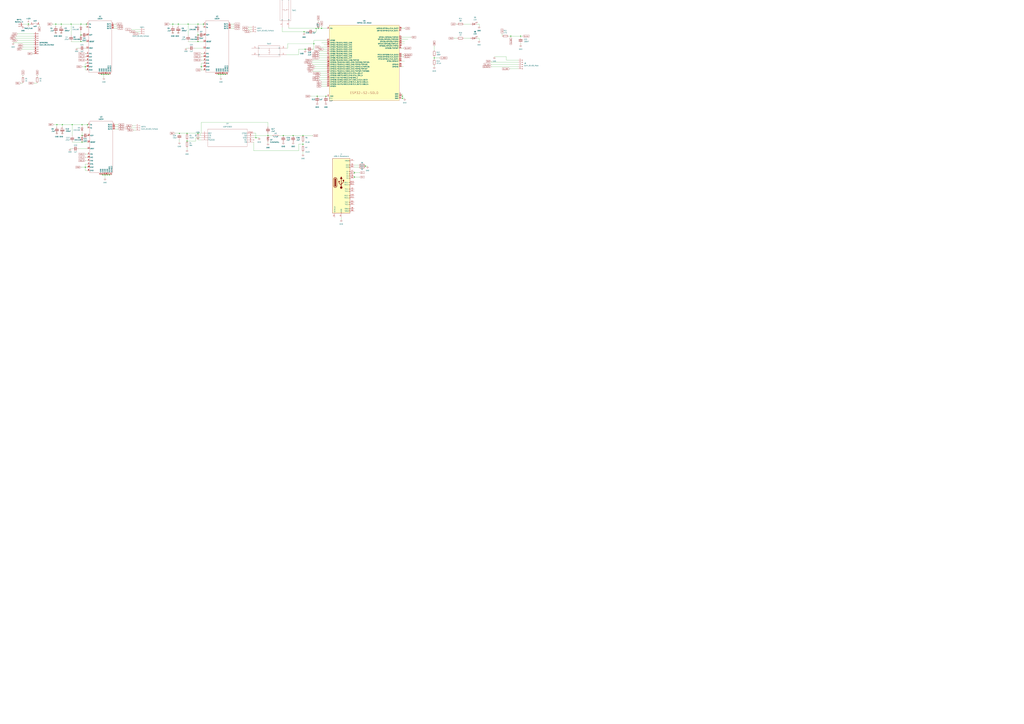
<source format=kicad_sch>
(kicad_sch (version 20211123) (generator eeschema)
  (paper "A0")
  (junction (at 378.46 111.76))
  (junction (at 364.49 50.8))
  (junction (at 95.25 144.78))
  (junction (at 217.17 163.83))
  (junction (at 200.66 27.94))
  (junction (at 467.36 111.76))
  (junction (at 207.01 27.94))
  (junction (at 593.09 41.91))
  (junction (at 93.98 48.26))
  (junction (at 259.08 86.36))
  (junction (at 229.87 27.94))
  (junction (at 504.19 67.31))
  (junction (at 217.17 154.94))
  (junction (at 354.33 57.15))
  (junction (at 604.52 41.91))
  (junction (at 93.98 27.94))
  (junction (at 119.38 203.2))
  (junction (at 297.18 160.02))
  (junction (at 208.28 154.94))
  (junction (at 236.22 27.94))
  (junction (at 121.92 203.2))
  (junction (at 328.93 157.48))
  (junction (at 71.12 27.94))
  (junction (at 123.19 86.36))
  (junction (at 100.33 27.94))
  (junction (at 351.79 167.64))
  (junction (at 83.82 144.78))
  (junction (at 340.36 157.48))
  (junction (at 411.48 205.74))
  (junction (at 229.87 48.26))
  (junction (at 467.36 114.3))
  (junction (at 229.87 154.94))
  (junction (at 124.46 203.2))
  (junction (at 218.44 27.94))
  (junction (at 424.18 193.04))
  (junction (at 95.25 165.1))
  (junction (at 82.55 27.94))
  (junction (at 127 203.2))
  (junction (at 229.87 40.64))
  (junction (at 93.98 40.64))
  (junction (at 95.25 157.48))
  (junction (at 351.79 157.48))
  (junction (at 118.11 86.36))
  (junction (at 311.15 157.48))
  (junction (at 261.62 86.36))
  (junction (at 368.3 111.76))
  (junction (at 66.04 144.78))
  (junction (at 373.38 33.02))
  (junction (at 99.06 194.31))
  (junction (at 367.03 33.02))
  (junction (at 256.54 86.36))
  (junction (at 254 86.36))
  (junction (at 233.68 77.47))
  (junction (at 33.02 27.94))
  (junction (at 99.06 77.47))
  (junction (at 101.6 144.78))
  (junction (at 353.06 36.83))
  (junction (at 411.48 200.66))
  (junction (at 125.73 86.36))
  (junction (at 369.57 33.02))
  (junction (at 72.39 144.78))
  (junction (at 64.77 27.94))
  (junction (at 120.65 86.36))
  (wire (pts (xy 294.64 157.48) (xy 311.15 157.48)))
  (wire (pts (xy 25.4 57.15) (xy 39.37 57.15)))
  (wire (pts (xy 378.46 111.76) (xy 368.3 111.76)))
  (wire (pts (xy 411.48 204.47) (xy 411.48 205.74)))
  (wire (pts (xy 20.32 39.37) (xy 39.37 39.37)))
  (wire (pts (xy 91.44 172.72) (xy 101.6 172.72)))
  (wire (pts (xy 207.01 38.1) (xy 207.01 36.83)))
  (wire (pts (xy 95.25 144.78) (xy 101.6 144.78)))
  (wire (pts (xy 71.12 38.1) (xy 71.12 36.83)))
  (wire (pts (xy 363.22 82.55) (xy 379.73 82.55)))
  (wire (pts (xy 152.4 148.59) (xy 157.48 148.59)))
  (wire (pts (xy 411.48 191.77) (xy 416.56 191.77)))
  (wire (pts (xy 72.39 144.78) (xy 72.39 147.32)))
  (wire (pts (xy 125.73 86.36) (xy 128.27 86.36)))
  (wire (pts (xy 99.06 194.31) (xy 99.06 198.12)))
  (wire (pts (xy 607.06 41.91) (xy 604.52 41.91)))
  (wire (pts (xy 118.11 86.36) (xy 120.65 86.36)))
  (wire (pts (xy 327.66 31.75) (xy 327.66 36.83)))
  (wire (pts (xy 370.84 62.23) (xy 379.73 62.23)))
  (wire (pts (xy 132.08 30.48) (xy 135.89 30.48)))
  (wire (pts (xy 372.11 87.63) (xy 379.73 87.63)))
  (wire (pts (xy 353.06 36.83) (xy 353.06 38.1)))
  (wire (pts (xy 88.9 55.88) (xy 91.44 55.88)))
  (wire (pts (xy 556.26 27.94) (xy 556.26 30.48)))
  (wire (pts (xy 363.22 57.15) (xy 364.49 57.15)))
  (wire (pts (xy 233.68 81.28) (xy 236.22 81.28)))
  (wire (pts (xy 297.18 154.94) (xy 294.64 154.94)))
  (wire (pts (xy 256.54 86.36) (xy 256.54 90.17)))
  (wire (pts (xy 297.18 160.02) (xy 300.99 160.02)))
  (wire (pts (xy 217.17 171.45) (xy 217.17 173.99)))
  (wire (pts (xy 116.84 203.2) (xy 119.38 203.2)))
  (wire (pts (xy 411.48 194.31) (xy 416.56 194.31)))
  (wire (pts (xy 95.25 144.78) (xy 95.25 146.05)))
  (wire (pts (xy 466.09 43.18) (xy 477.52 43.18)))
  (wire (pts (xy 346.71 175.26) (xy 346.71 167.64)))
  (wire (pts (xy 365.76 77.47) (xy 379.73 77.47)))
  (wire (pts (xy 229.87 162.56) (xy 233.68 162.56)))
  (wire (pts (xy 38.1 62.23) (xy 39.37 62.23)))
  (wire (pts (xy 99.06 77.47) (xy 100.33 77.47)))
  (wire (pts (xy 367.03 36.83) (xy 364.49 36.83)))
  (wire (pts (xy 99.06 77.47) (xy 99.06 81.28)))
  (wire (pts (xy 361.95 72.39) (xy 379.73 72.39)))
  (wire (pts (xy 327.66 36.83) (xy 353.06 36.83)))
  (wire (pts (xy 340.36 157.48) (xy 351.79 157.48)))
  (wire (pts (xy 467.36 109.22) (xy 467.36 111.76)))
  (wire (pts (xy 99.06 69.85) (xy 100.33 69.85)))
  (wire (pts (xy 66.04 154.94) (xy 66.04 153.67)))
  (wire (pts (xy 99.06 73.66) (xy 99.06 77.47)))
  (wire (pts (xy 328.93 157.48) (xy 340.36 157.48)))
  (wire (pts (xy 99.06 186.69) (xy 101.6 186.69)))
  (wire (pts (xy 267.97 27.94) (xy 271.78 27.94)))
  (wire (pts (xy 233.68 62.23) (xy 236.22 62.23)))
  (wire (pts (xy 200.66 27.94) (xy 200.66 30.48)))
  (wire (pts (xy 82.55 48.26) (xy 93.98 48.26)))
  (wire (pts (xy 95.25 165.1) (xy 101.6 165.1)))
  (wire (pts (xy 467.36 111.76) (xy 466.09 111.76)))
  (wire (pts (xy 346.71 167.64) (xy 351.79 167.64)))
  (wire (pts (xy 233.68 69.85) (xy 236.22 69.85)))
  (wire (pts (xy 466.09 77.47) (xy 468.63 77.47)))
  (wire (pts (xy 233.68 73.66) (xy 233.68 77.47)))
  (wire (pts (xy 570.23 74.93) (xy 601.98 74.93)))
  (wire (pts (xy 375.92 57.15) (xy 379.73 57.15)))
  (wire (pts (xy 294.64 160.02) (xy 297.18 160.02)))
  (wire (pts (xy 466.09 33.02) (xy 469.9 33.02)))
  (wire (pts (xy 354.33 57.15) (xy 355.6 57.15)))
  (wire (pts (xy 33.02 27.94) (xy 33.02 26.67)))
  (wire (pts (xy 217.17 163.83) (xy 227.33 163.83)))
  (wire (pts (xy 604.52 41.91) (xy 604.52 43.18)))
  (wire (pts (xy 364.49 80.01) (xy 379.73 80.01)))
  (wire (pts (xy 161.29 39.37) (xy 162.56 39.37)))
  (wire (pts (xy 346.71 63.5) (xy 346.71 57.15)))
  (wire (pts (xy 123.19 86.36) (xy 125.73 86.36)))
  (wire (pts (xy 217.17 162.56) (xy 217.17 163.83)))
  (wire (pts (xy 364.49 50.8) (xy 364.49 57.15)))
  (wire (pts (xy 261.62 86.36) (xy 264.16 86.36)))
  (wire (pts (xy 373.38 30.48) (xy 373.38 33.02)))
  (wire (pts (xy 570.23 72.39) (xy 601.98 72.39)))
  (wire (pts (xy 133.35 144.78) (xy 137.16 144.78)))
  (wire (pts (xy 196.85 27.94) (xy 200.66 27.94)))
  (wire (pts (xy 218.44 27.94) (xy 229.87 27.94)))
  (wire (pts (xy 232.41 154.94) (xy 232.41 157.48)))
  (wire (pts (xy 311.15 142.24) (xy 311.15 147.32)))
  (wire (pts (xy 364.49 46.99) (xy 379.73 46.99)))
  (wire (pts (xy 132.08 33.02) (xy 135.89 33.02)))
  (wire (pts (xy 119.38 203.2) (xy 121.92 203.2)))
  (wire (pts (xy 369.57 24.13) (xy 369.57 25.4)))
  (wire (pts (xy 102.87 157.48) (xy 101.6 157.48)))
  (wire (pts (xy 233.68 66.04) (xy 236.22 66.04)))
  (wire (pts (xy 254 86.36) (xy 256.54 86.36)))
  (wire (pts (xy 373.38 33.02) (xy 379.73 33.02)))
  (wire (pts (xy 83.82 144.78) (xy 95.25 144.78)))
  (wire (pts (xy 466.09 71.12) (xy 469.9 71.12)))
  (wire (pts (xy 411.48 205.74) (xy 417.83 205.74)))
  (wire (pts (xy 590.55 41.91) (xy 593.09 41.91)))
  (wire (pts (xy 604.52 50.8) (xy 604.52 52.07)))
  (wire (pts (xy 466.09 48.26) (xy 469.9 48.26)))
  (wire (pts (xy 95.25 77.47) (xy 99.06 77.47)))
  (wire (pts (xy 39.37 96.52) (xy 43.18 96.52)))
  (wire (pts (xy 593.09 41.91) (xy 593.09 43.18)))
  (wire (pts (xy 229.87 154.94) (xy 232.41 154.94)))
  (wire (pts (xy 354.33 57.15) (xy 354.33 58.42)))
  (wire (pts (xy 367.03 33.02) (xy 369.57 33.02)))
  (wire (pts (xy 200.66 38.1) (xy 200.66 36.83)))
  (wire (pts (xy 288.29 31.75) (xy 292.1 31.75)))
  (wire (pts (xy 152.4 34.29) (xy 162.56 34.29)))
  (wire (pts (xy 60.96 27.94) (xy 64.77 27.94)))
  (wire (pts (xy 236.22 27.94) (xy 236.22 31.75)))
  (wire (pts (xy 574.04 66.04) (xy 588.01 66.04)))
  (wire (pts (xy 335.28 33.02) (xy 335.28 31.75)))
  (wire (pts (xy 208.28 154.94) (xy 217.17 154.94)))
  (wire (pts (xy 218.44 48.26) (xy 229.87 48.26)))
  (wire (pts (xy 93.98 27.94) (xy 100.33 27.94)))
  (wire (pts (xy 311.15 157.48) (xy 316.23 157.48)))
  (wire (pts (xy 66.04 144.78) (xy 72.39 144.78)))
  (wire (pts (xy 424.18 191.77) (xy 424.18 193.04)))
  (wire (pts (xy 466.09 45.72) (xy 473.71 45.72)))
  (wire (pts (xy 297.18 160.02) (xy 297.18 154.94)))
  (wire (pts (xy 332.74 63.5) (xy 346.71 63.5)))
  (wire (pts (xy 351.79 165.1) (xy 351.79 167.64)))
  (wire (pts (xy 218.44 27.94) (xy 218.44 40.64)))
  (wire (pts (xy 215.9 55.88) (xy 218.44 55.88)))
  (wire (pts (xy 556.26 44.45) (xy 556.26 46.99)))
  (wire (pts (xy 411.48 199.39) (xy 411.48 200.66)))
  (wire (pts (xy 370.84 64.77) (xy 379.73 64.77)))
  (wire (pts (xy 369.57 33.02) (xy 373.38 33.02)))
  (wire (pts (xy 323.85 157.48) (xy 328.93 157.48)))
  (wire (pts (xy 351.79 167.64) (xy 351.79 168.91)))
  (wire (pts (xy 24.13 96.52) (xy 26.67 96.52)))
  (wire (pts (xy 504.19 66.04) (xy 504.19 67.31)))
  (wire (pts (xy 100.33 27.94) (xy 100.33 31.75)))
  (wire (pts (xy 582.93 39.37) (xy 582.93 41.91)))
  (wire (pts (xy 237.49 40.64) (xy 236.22 40.64)))
  (wire (pts (xy 538.48 27.94) (xy 546.1 27.94)))
  (wire (pts (xy 363.22 74.93) (xy 379.73 74.93)))
  (wire (pts (xy 93.98 27.94) (xy 93.98 29.21)))
  (wire (pts (xy 373.38 95.25) (xy 379.73 95.25)))
  (wire (pts (xy 99.06 194.31) (xy 101.6 194.31)))
  (wire (pts (xy 72.39 154.94) (xy 72.39 153.67)))
  (wire (pts (xy 294.64 175.26) (xy 346.71 175.26)))
  (wire (pts (xy 45.72 27.94) (xy 45.72 30.48)))
  (wire (pts (xy 207.01 27.94) (xy 218.44 27.94)))
  (wire (pts (xy 370.84 67.31) (xy 379.73 67.31)))
  (wire (pts (xy 99.06 190.5) (xy 99.06 194.31)))
  (wire (pts (xy 353.06 36.83) (xy 356.87 36.83)))
  (wire (pts (xy 570.23 77.47) (xy 601.98 77.47)))
  (wire (pts (xy 99.06 73.66) (xy 100.33 73.66)))
  (wire (pts (xy 217.17 154.94) (xy 229.87 154.94)))
  (wire (pts (xy 229.87 27.94) (xy 229.87 29.21)))
  (wire (pts (xy 288.29 34.29) (xy 292.1 34.29)))
  (wire (pts (xy 99.06 55.88) (xy 100.33 55.88)))
  (wire (pts (xy 121.92 203.2) (xy 121.92 207.01)))
  (wire (pts (xy 466.09 66.04) (xy 468.63 66.04)))
  (wire (pts (xy 17.78 44.45) (xy 39.37 44.45)))
  (wire (pts (xy 233.68 77.47) (xy 233.68 81.28)))
  (wire (pts (xy 233.68 154.94) (xy 233.68 142.24)))
  (wire (pts (xy 267.97 30.48) (xy 271.78 30.48)))
  (wire (pts (xy 64.77 38.1) (xy 64.77 36.83)))
  (wire (pts (xy 26.67 52.07) (xy 39.37 52.07)))
  (wire (pts (xy 83.82 165.1) (xy 95.25 165.1)))
  (wire (pts (xy 62.23 144.78) (xy 66.04 144.78)))
  (wire (pts (xy 335.28 33.02) (xy 367.03 33.02)))
  (wire (pts (xy 233.68 73.66) (xy 236.22 73.66)))
  (wire (pts (xy 133.35 149.86) (xy 137.16 149.86)))
  (wire (pts (xy 351.79 157.48) (xy 363.22 157.48)))
  (wire (pts (xy 26.67 54.61) (xy 39.37 54.61)))
  (wire (pts (xy 538.48 44.45) (xy 546.1 44.45)))
  (wire (pts (xy 120.65 86.36) (xy 120.65 90.17)))
  (wire (pts (xy 553.72 27.94) (xy 556.26 27.94)))
  (wire (pts (xy 411.48 200.66) (xy 411.48 201.93)))
  (wire (pts (xy 66.04 144.78) (xy 66.04 147.32)))
  (wire (pts (xy 124.46 203.2) (xy 127 203.2)))
  (wire (pts (xy 466.09 63.5) (xy 468.63 63.5)))
  (wire (pts (xy 251.46 86.36) (xy 254 86.36)))
  (wire (pts (xy 233.68 77.47) (xy 236.22 77.47)))
  (wire (pts (xy 411.48 205.74) (xy 411.48 207.01)))
  (wire (pts (xy 334.01 50.8) (xy 364.49 50.8)))
  (wire (pts (xy 99.06 62.23) (xy 100.33 62.23)))
  (wire (pts (xy 203.2 154.94) (xy 208.28 154.94)))
  (wire (pts (xy 15.24 49.53) (xy 39.37 49.53)))
  (wire (pts (xy 26.67 87.63) (xy 26.67 88.9)))
  (wire (pts (xy 373.38 97.79) (xy 379.73 97.79)))
  (wire (pts (xy 93.98 36.83) (xy 93.98 40.64)))
  (wire (pts (xy 233.68 142.24) (xy 311.15 142.24)))
  (wire (pts (xy 504.19 67.31) (xy 504.19 68.58)))
  (wire (pts (xy 370.84 59.69) (xy 379.73 59.69)))
  (wire (pts (xy 290.83 36.83) (xy 292.1 36.83)))
  (wire (pts (xy 226.06 55.88) (xy 236.22 55.88)))
  (wire (pts (xy 82.55 27.94) (xy 82.55 40.64)))
  (wire (pts (xy 466.09 114.3) (xy 467.36 114.3)))
  (wire (pts (xy 157.48 36.83) (xy 162.56 36.83)))
  (wire (pts (xy 367.03 33.02) (xy 367.03 36.83)))
  (wire (pts (xy 424.18 193.04) (xy 424.18 194.31)))
  (wire (pts (xy 334.01 55.88) (xy 334.01 50.8)))
  (wire (pts (xy 153.67 146.05) (xy 157.48 146.05)))
  (wire (pts (xy 229.87 27.94) (xy 236.22 27.94)))
  (wire (pts (xy 83.82 144.78) (xy 83.82 157.48)))
  (wire (pts (xy 553.72 44.45) (xy 556.26 44.45)))
  (wire (pts (xy 529.59 27.94) (xy 530.86 27.94)))
  (wire (pts (xy 588.01 66.04) (xy 588.01 69.85)))
  (wire (pts (xy 64.77 27.94) (xy 64.77 30.48)))
  (wire (pts (xy 570.23 72.39) (xy 570.23 71.12)))
  (wire (pts (xy 373.38 49.53) (xy 379.73 49.53)))
  (wire (pts (xy 71.12 27.94) (xy 82.55 27.94)))
  (wire (pts (xy 227.33 160.02) (xy 233.68 160.02)))
  (wire (pts (xy 370.84 90.17) (xy 379.73 90.17)))
  (wire (pts (xy 424.18 193.04) (xy 426.72 193.04)))
  (wire (pts (xy 332.74 55.88) (xy 334.01 55.88)))
  (wire (pts (xy 370.84 92.71) (xy 379.73 92.71)))
  (wire (pts (xy 466.09 55.88) (xy 468.63 55.88)))
  (wire (pts (xy 99.06 182.88) (xy 101.6 182.88)))
  (wire (pts (xy 396.24 252.73) (xy 396.24 255.27)))
  (wire (pts (xy 227.33 163.83) (xy 227.33 160.02)))
  (wire (pts (xy 133.35 147.32) (xy 137.16 147.32)))
  (wire (pts (xy 64.77 27.94) (xy 71.12 27.94)))
  (wire (pts (xy 360.68 111.76) (xy 368.3 111.76)))
  (wire (pts (xy 294.64 165.1) (xy 294.64 175.26)))
  (wire (pts (xy 504.19 67.31) (xy 510.54 67.31)))
  (wire (pts (xy 72.39 144.78) (xy 83.82 144.78)))
  (wire (pts (xy 467.36 114.3) (xy 469.9 114.3)))
  (wire (pts (xy 208.28 162.56) (xy 208.28 165.1)))
  (wire (pts (xy 101.6 144.78) (xy 101.6 148.59)))
  (wire (pts (xy 466.09 50.8) (xy 469.9 50.8)))
  (wire (pts (xy 466.09 109.22) (xy 467.36 109.22)))
  (wire (pts (xy 311.15 166.37) (xy 311.15 165.1)))
  (wire (pts (xy 346.71 57.15) (xy 354.33 57.15)))
  (wire (pts (xy 207.01 27.94) (xy 207.01 30.48)))
  (wire (pts (xy 364.49 50.8) (xy 364.49 46.99)))
  (wire (pts (xy 99.06 198.12) (xy 101.6 198.12)))
  (wire (pts (xy 378.46 111.76) (xy 379.73 111.76)))
  (wire (pts (xy 95.25 153.67) (xy 95.25 157.48)))
  (wire (pts (xy 26.67 27.94) (xy 33.02 27.94)))
  (wire (pts (xy 99.06 179.07) (xy 101.6 179.07)))
  (wire (pts (xy 20.32 46.99) (xy 39.37 46.99)))
  (wire (pts (xy 363.22 69.85) (xy 379.73 69.85)))
  (wire (pts (xy 351.79 176.53) (xy 351.79 179.07)))
  (wire (pts (xy 504.19 53.34) (xy 504.19 58.42)))
  (wire (pts (xy 373.38 100.33) (xy 379.73 100.33)))
  (wire (pts (xy 121.92 203.2) (xy 124.46 203.2)))
  (wire (pts (xy 311.15 154.94) (xy 311.15 157.48)))
  (wire (pts (xy 256.54 86.36) (xy 259.08 86.36)))
  (wire (pts (xy 82.55 27.94) (xy 93.98 27.94)))
  (wire (pts (xy 200.66 27.94) (xy 207.01 27.94)))
  (wire (pts (xy 99.06 190.5) (xy 101.6 190.5)))
  (wire (pts (xy 232.41 157.48) (xy 233.68 157.48)))
  (wire (pts (xy 81.28 172.72) (xy 83.82 172.72)))
  (wire (pts (xy 99.06 66.04) (xy 100.33 66.04)))
  (wire (pts (xy 99.06 81.28) (xy 100.33 81.28)))
  (wire (pts (xy 527.05 44.45) (xy 530.86 44.45)))
  (wire (pts (xy 372.11 85.09) (xy 379.73 85.09)))
  (wire (pts (xy 411.48 200.66) (xy 417.83 200.66)))
  (wire (pts (xy 19.05 41.91) (xy 39.37 41.91)))
  (wire (pts (xy 43.18 87.63) (xy 43.18 88.9)))
  (wire (pts (xy 588.01 69.85) (xy 601.98 69.85)))
  (wire (pts (xy 120.65 86.36) (xy 123.19 86.36)))
  (wire (pts (xy 372.11 54.61) (xy 379.73 54.61)))
  (wire (pts (xy 375.92 52.07) (xy 379.73 52.07)))
  (wire (pts (xy 71.12 27.94) (xy 71.12 30.48)))
  (wire (pts (xy 591.82 80.01) (xy 601.98 80.01)))
  (wire (pts (xy 229.87 36.83) (xy 229.87 40.64)))
  (wire (pts (xy 593.09 41.91) (xy 604.52 41.91)))
  (wire (pts (xy 115.57 86.36) (xy 118.11 86.36)))
  (wire (pts (xy 259.08 86.36) (xy 261.62 86.36)))
  (wire (pts (xy 127 203.2) (xy 129.54 203.2)))
  (wire (pts (xy 132.08 27.94) (xy 134.62 27.94)))
  (wire (pts (xy 229.87 48.26) (xy 236.22 48.26)))
  (wire (pts (xy 267.97 33.02) (xy 271.78 33.02)))
  (wire (pts (xy 93.98 48.26) (xy 100.33 48.26)))
  (wire (pts (xy 154.94 151.13) (xy 157.48 151.13)))
  (wire (pts (xy 504.19 76.2) (xy 504.19 77.47)))
  (wire (pts (xy 467.36 114.3) (xy 467.36 111.76)))
  (wire (pts (xy 93.98 194.31) (xy 99.06 194.31)))
  (wire (pts (xy 101.6 40.64) (xy 100.33 40.64)))
  (wire (pts (xy 33.02 27.94) (xy 35.56 27.94)))
  (global_label "GI1" (shape input) (at 477.52 43.18 0) (property "Intersheet References" "${INTERSHEET_REFS}" (effects hide)))
  (global_label "3v3" (shape input) (at 570.23 71.12 180) (property "Intersheet References" "${INTERSHEET_REFS}" (effects hide)))
  (global_label "J2_2" (shape input) (at 161.29 39.37 180) (property "Intersheet References" "${INTERSHEET_REFS}" (effects hide)))
  (global_label "J6_1" (shape input) (at 137.16 144.78 0) (property "Intersheet References" "${INTERSHEET_REFS}" (effects hide)))
  (global_label "js_db1" (shape input) (at 593.09 43.18 270) (property "Intersheet References" "${INTERSHEET_REFS}" (effects hide)))
  (global_label "CN2_1" (shape input) (at 233.68 62.23 180) (property "Intersheet References" "${INTERSHEET_REFS}" (effects hide)))
  (global_label "3v3" (shape input) (at 527.05 44.45 180) (property "Intersheet References" "${INTERSHEET_REFS}" (effects hide)))
  (global_label "CN2_2" (shape input) (at 363.22 69.85 180) (property "Intersheet References" "${INTERSHEET_REFS}" (effects hide)))
  (global_label "3v3" (shape input) (at 20.32 39.37 180) (property "Intersheet References" "${INTERSHEET_REFS}" (effects hide)))
  (global_label "js_sw" (shape input) (at 607.06 41.91 0) (property "Intersheet References" "${INTERSHEET_REFS}" (effects hide)))
  (global_label "J6_3" (shape input) (at 152.4 148.59 180) (property "Intersheet References" "${INTERSHEET_REFS}" (effects hide)))
  (global_label "In3_2" (shape input) (at 370.84 92.71 180) (property "Intersheet References" "${INTERSHEET_REFS}" (effects hide)))
  (global_label "V_MON" (shape input) (at 372.11 85.09 180) (property "Intersheet References" "${INTERSHEET_REFS}" (effects hide)))
  (global_label "AI2" (shape input) (at 373.38 100.33 180) (property "Intersheet References" "${INTERSHEET_REFS}" (effects hide)))
  (global_label "EN1" (shape input) (at 95.25 77.47 180) (property "Intersheet References" "${INTERSHEET_REFS}" (effects hide)))
  (global_label "CN2_3" (shape input) (at 370.84 64.77 180) (property "Intersheet References" "${INTERSHEET_REFS}" (effects hide)))
  (global_label "J2_2" (shape input) (at 135.89 33.02 0) (property "Intersheet References" "${INTERSHEET_REFS}" (effects hide)))
  (global_label "AI2" (shape input) (at 26.67 54.61 180) (property "Intersheet References" "${INTERSHEET_REFS}" (effects hide)))
  (global_label "Jr_1" (shape input) (at 271.78 27.94 0) (property "Intersheet References" "${INTERSHEET_REFS}" (effects hide)))
  (global_label "AI1" (shape input) (at 363.22 82.55 180) (property "Intersheet References" "${INTERSHEET_REFS}" (effects hide)))
  (global_label "Jr_2" (shape input) (at 290.83 36.83 180) (property "Intersheet References" "${INTERSHEET_REFS}" (effects hide)))
  (global_label "CN2_3" (shape input) (at 233.68 69.85 180) (property "Intersheet References" "${INTERSHEET_REFS}" (effects hide)))
  (global_label "js_db1" (shape input) (at 591.82 80.01 180) (property "Intersheet References" "${INTERSHEET_REFS}" (effects hide)))
  (global_label "SDA" (shape input) (at 370.84 59.69 180) (property "Intersheet References" "${INTERSHEET_REFS}" (effects hide)))
  (global_label "In3_1" (shape input) (at 370.84 67.31 180) (property "Intersheet References" "${INTERSHEET_REFS}" (effects hide)))
  (global_label "D+" (shape input) (at 373.38 97.79 180) (property "Intersheet References" "${INTERSHEET_REFS}" (effects hide)))
  (global_label "LED" (shape input) (at 529.59 27.94 180) (property "Intersheet References" "${INTERSHEET_REFS}" (effects hide)))
  (global_label "Jr_3" (shape input) (at 288.29 34.29 180) (property "Intersheet References" "${INTERSHEET_REFS}" (effects hide)))
  (global_label "BAT" (shape input) (at 196.85 27.94 180) (property "Intersheet References" "${INTERSHEET_REFS}" (effects hide)))
  (global_label "Jr_2" (shape input) (at 271.78 33.02 0) (property "Intersheet References" "${INTERSHEET_REFS}" (effects hide)))
  (global_label "RST" (shape input) (at 373.38 30.48 90) (property "Intersheet References" "${INTERSHEET_REFS}" (effects hide)))
  (global_label "IN3_3" (shape input) (at 370.84 90.17 180) (property "Intersheet References" "${INTERSHEET_REFS}" (effects hide)))
  (global_label "3v3" (shape input) (at 363.22 157.48 0) (property "Intersheet References" "${INTERSHEET_REFS}" (effects hide)))
  (global_label "GI1" (shape input) (at 25.4 57.15 180) (property "Intersheet References" "${INTERSHEET_REFS}" (effects hide)))
  (global_label "3v3" (shape input) (at 582.93 39.37 90) (property "Intersheet References" "${INTERSHEET_REFS}" (effects hide)))
  (global_label "V_MON" (shape input) (at 510.54 67.31 0) (property "Intersheet References" "${INTERSHEET_REFS}" (effects hide)))
  (global_label "IN1_1" (shape input) (at 99.06 62.23 180) (property "Intersheet References" "${INTERSHEET_REFS}" (effects hide)))
  (global_label "J2_1" (shape input) (at 134.62 27.94 0) (property "Intersheet References" "${INTERSHEET_REFS}" (effects hide)))
  (global_label "CN2_1" (shape input) (at 361.95 72.39 180) (property "Intersheet References" "${INTERSHEET_REFS}" (effects hide)))
  (global_label "J2_3" (shape input) (at 135.89 30.48 0) (property "Intersheet References" "${INTERSHEET_REFS}" (effects hide)))
  (global_label "LED" (shape input) (at 469.9 33.02 0) (property "Intersheet References" "${INTERSHEET_REFS}" (effects hide)))
  (global_label "IN1_2" (shape input) (at 365.76 77.47 180) (property "Intersheet References" "${INTERSHEET_REFS}" (effects hide)))
  (global_label "In3_2" (shape input) (at 99.06 182.88 180) (property "Intersheet References" "${INTERSHEET_REFS}" (effects hide)))
  (global_label "js_horiz" (shape input) (at 468.63 63.5 0) (property "Intersheet References" "${INTERSHEET_REFS}" (effects hide)))
  (global_label "SDA" (shape input) (at 39.37 96.52 180) (property "Intersheet References" "${INTERSHEET_REFS}" (effects hide)))
  (global_label "BAT" (shape input) (at 60.96 27.94 180) (property "Intersheet References" "${INTERSHEET_REFS}" (effects hide)))
  (global_label "EN2" (shape input) (at 372.11 54.61 180) (property "Intersheet References" "${INTERSHEET_REFS}" (effects hide)))
  (global_label "3v3" (shape input) (at 360.68 111.76 180) (property "Intersheet References" "${INTERSHEET_REFS}" (effects hide)))
  (global_label "J6_3" (shape input) (at 137.16 147.32 0) (property "Intersheet References" "${INTERSHEET_REFS}" (effects hide)))
  (global_label "IN1_2" (shape input) (at 99.06 66.04 180) (property "Intersheet References" "${INTERSHEET_REFS}" (effects hide)))
  (global_label "IN1_1" (shape input) (at 364.49 80.01 180) (property "Intersheet References" "${INTERSHEET_REFS}" (effects hide)))
  (global_label "IN3_3" (shape input) (at 99.06 186.69 180) (property "Intersheet References" "${INTERSHEET_REFS}" (effects hide)))
  (global_label "EN3" (shape input) (at 93.98 194.31 180) (property "Intersheet References" "${INTERSHEET_REFS}" (effects hide)))
  (global_label "js_horiz" (shape input) (at 570.23 77.47 180) (property "Intersheet References" "${INTERSHEET_REFS}" (effects hide)))
  (global_label "EN1" (shape input) (at 363.22 74.93 180) (property "Intersheet References" "${INTERSHEET_REFS}" (effects hide)))
  (global_label "IN1_3" (shape input) (at 99.06 69.85 180) (property "Intersheet References" "${INTERSHEET_REFS}" (effects hide)))
  (global_label "D-" (shape input) (at 417.83 200.66 0) (property "Intersheet References" "${INTERSHEET_REFS}" (effects hide)))
  (global_label "BAT" (shape input) (at 504.19 53.34 90) (property "Intersheet References" "${INTERSHEET_REFS}" (effects hide)))
  (global_label "AI1" (shape input) (at 26.67 52.07 180) (property "Intersheet References" "${INTERSHEET_REFS}" (effects hide)))
  (global_label "J6_2" (shape input) (at 154.94 151.13 180) (property "Intersheet References" "${INTERSHEET_REFS}" (effects hide)))
  (global_label "J2_1" (shape input) (at 152.4 34.29 180) (property "Intersheet References" "${INTERSHEET_REFS}" (effects hide)))
  (global_label "In3_1" (shape input) (at 99.06 179.07 180) (property "Intersheet References" "${INTERSHEET_REFS}" (effects hide)))
  (global_label "EN3" (shape input) (at 372.11 87.63 180) (property "Intersheet References" "${INTERSHEET_REFS}" (effects hide)))
  (global_label "J6_1" (shape input) (at 153.67 146.05 180) (property "Intersheet References" "${INTERSHEET_REFS}" (effects hide)))
  (global_label "3v3" (shape input) (at 26.67 87.63 90) (property "Intersheet References" "${INTERSHEET_REFS}" (effects hide)))
  (global_label "js_vert" (shape input) (at 468.63 55.88 0) (property "Intersheet References" "${INTERSHEET_REFS}" (effects hide)))
  (global_label "js_sw" (shape input) (at 468.63 66.04 0) (property "Intersheet References" "${INTERSHEET_REFS}" (effects hide)))
  (global_label "Jr_1" (shape input) (at 288.29 31.75 180) (property "Intersheet References" "${INTERSHEET_REFS}" (effects hide)))
  (global_label "SCL" (shape input) (at 24.13 96.52 180) (property "Intersheet References" "${INTERSHEET_REFS}" (effects hide)))
  (global_label "D-" (shape input) (at 373.38 95.25 180) (property "Intersheet References" "${INTERSHEET_REFS}" (effects hide)))
  (global_label "BAT" (shape input) (at 203.2 154.94 180) (property "Intersheet References" "${INTERSHEET_REFS}" (effects hide)))
  (global_label "J6_2" (shape input) (at 137.16 149.86 0) (property "Intersheet References" "${INTERSHEET_REFS}" (effects hide)))
  (global_label "D+" (shape input) (at 417.83 205.74 0) (property "Intersheet References" "${INTERSHEET_REFS}" (effects hide)))
  (global_label "SDA" (shape input) (at 20.32 46.99 180) (property "Intersheet References" "${INTERSHEET_REFS}" (effects hide)))
  (global_label "J2_3" (shape input) (at 157.48 36.83 180) (property "Intersheet References" "${INTERSHEET_REFS}" (effects hide)))
  (global_label "BAT" (shape input) (at 62.23 144.78 180) (property "Intersheet References" "${INTERSHEET_REFS}" (effects hide)))
  (global_label "Jr_3" (shape input) (at 271.78 30.48 0) (property "Intersheet References" "${INTERSHEET_REFS}" (effects hide)))
  (global_label "3v3" (shape input) (at 43.18 87.63 90) (property "Intersheet References" "${INTERSHEET_REFS}" (effects hide)))
  (global_label "RST" (shape input) (at 19.05 41.91 180) (property "Intersheet References" "${INTERSHEET_REFS}" (effects hide)))
  (global_label "SCL" (shape input) (at 375.92 57.15 180) (property "Intersheet References" "${INTERSHEET_REFS}" (effects hide)))
  (global_label "EN2" (shape input) (at 233.68 81.28 180) (property "Intersheet References" "${INTERSHEET_REFS}" (effects hide)))
  (global_label "IN1_3" (shape input) (at 370.84 62.23 180) (property "Intersheet References" "${INTERSHEET_REFS}" (effects hide)))
  (global_label "BAT" (shape input) (at 38.1 62.23 180) (property "Intersheet References" "${INTERSHEET_REFS}" (effects hide)))
  (global_label "3v3" (shape input) (at 369.57 24.13 90) (property "Intersheet References" "${INTERSHEET_REFS}" (effects hide)))
  (global_label "js_vert" (shape input) (at 570.23 74.93 180) (property "Intersheet References" "${INTERSHEET_REFS}" (effects hide)))
  (global_label "BAT" (shape input) (at 45.72 30.48 270) (property "Intersheet References" "${INTERSHEET_REFS}" (effects hide)))
  (global_label "SCL" (shape input) (at 17.78 44.45 180) (property "Intersheet References" "${INTERSHEET_REFS}" (effects hide)))
  (global_label "CN2_2" (shape input) (at 233.68 66.04 180) (property "Intersheet References" "${INTERSHEET_REFS}" (effects hide)))
  (symbol (lib_id "Connector:USB_C_Receptacle") (at 396.24 212.09 0) (unit 1)
    (property "Reference" "J1" (at 396.24 179.07 0))
    (property "Value" "USB_C_Receptacle" (at 396.24 181.61 0))
    (property "Footprint" "usb:USB4105-GF-A" (effects hide))
    (property "Datasheet" "https://www.usb.org/sites/default/files/documents/usb_type-c.zip" (effects hide))
  )
  (symbol (lib_id "Diode:1N4148") (at 93.98 33.02 90) (unit 1)
    (property "Reference" "D1" (at 83.82 31.75 90) (effects (justify right)))
    (property "Value" "1N4148" (at 83.82 34.29 90) (effects (justify right)))
    (property "Footprint" "Diode_SMD:D_SOD-123" (effects hide))
    (property "Datasheet" "https://assets.nexperia.com/documents/data-sheet/1N4148_1N4448.pdf" (effects hide))
  )
  (symbol (lib_id "power:GND") (at 604.52 52.07 0) (unit 1)
    (property "Reference" "#PWR0130" (effects hide))
    (property "Value" "GND" (at 604.52 57.15 0))
  )
  (symbol (lib_id "Device:LED") (at 549.91 44.45 180) (unit 1)
    (property "Reference" "D8" (at 551.4975 36.83 0))
    (property "Value" "LED" (at 551.4975 39.37 0))
    (property "Footprint" "LED_SMD:LED_0603_1608Metric_Pad1.05x0.95mm_HandSolder" (effects hide))
  )
  (symbol (lib_id "power:GND") (at 504.19 77.47 0) (unit 1)
    (property "Reference" "#PWR0132" (effects hide))
    (property "Value" "GND" (at 504.19 82.55 0))
  )
  (symbol (lib_id "power:GND") (at 72.39 153.67 0) (unit 1)
    (property "Reference" "#PWR0108" (effects hide))
    (property "Value" "GND" (at 71.12 158.75 0))
  )
  (symbol (lib_id "Device:R") (at 534.67 27.94 90) (unit 1)
    (property "Reference" "R14" (at 534.67 21.59 90))
    (property "Value" "68" (at 534.67 24.13 90))
    (property "Footprint" "Resistor_SMD:R_0603_1608Metric_Pad0.98x0.95mm_HandSolder" (effects hide))
  )
  (symbol (lib_id "Device:C") (at 95.25 55.88 90) (unit 1)
    (property "Reference" "C21" (at 95.25 52.07 90))
    (property "Value" "1uF" (at 95.25 59.69 90))
    (property "Footprint" "Capacitor_SMD:C_0603_1608Metric" (effects hide))
  )
  (symbol (lib_id "HOPE_Project:L6234") (at 116.84 144.78 0) (unit 1)
    (property "Reference" "U3" (at 117.475 135.89 0))
    (property "Value" "L6234" (at 117.475 138.43 0))
    (property "Footprint" "Package_DIP:DIP-20_W7.62mm_Socket" (effects hide))
  )
  (symbol (lib_id "HOPE_Project:L6234") (at 115.57 27.94 0) (unit 1)
    (property "Reference" "U1" (at 116.205 19.05 0))
    (property "Value" "L6234" (at 116.205 21.59 0))
    (property "Footprint" "Package_DIP:DIP-20_W7.62mm_Socket" (effects hide))
  )
  (symbol (lib_id "power:GND") (at 15.24 49.53 0) (unit 1)
    (property "Reference" "#PWR0128" (effects hide))
    (property "Value" "GND" (at 15.24 54.61 0))
  )
  (symbol (lib_id "power:GND") (at 396.24 255.27 0) (unit 1)
    (property "Reference" "#PWR0113" (effects hide))
    (property "Value" "GND" (at 396.24 260.35 0))
  )
  (symbol (lib_id "Device:C") (at 604.52 46.99 0) (unit 1)
    (property "Reference" "C22" (at 608.33 45.7199 0) (effects (justify left)))
    (property "Value" "100nF" (at 608.33 48.2599 0) (effects (justify left)))
    (property "Footprint" "Capacitor_SMD:C_0603_1608Metric" (effects hide))
  )
  (symbol (lib_id "power:GND") (at 328.93 165.1 0) (unit 1)
    (property "Reference" "#PWR0121" (effects hide))
    (property "Value" "GND" (at 328.93 170.18 0))
  )
  (symbol (lib_id "Device:C") (at 99.06 157.48 90) (unit 1)
    (property "Reference" "C11" (at 99.06 161.29 90))
    (property "Value" "10nF" (at 99.06 163.83 90))
    (property "Footprint" "Capacitor_SMD:C_0603_1608Metric" (effects hide))
  )
  (symbol (lib_id "Device:C") (at 328.93 161.29 0) (unit 1)
    (property "Reference" "C15" (at 332.74 160.0199 0) (effects (justify left)))
    (property "Value" ".1uF" (at 332.74 162.5599 0) (effects (justify left)))
    (property "Footprint" "Capacitor_SMD:C_0603_1608Metric" (effects hide))
  )
  (symbol (lib_id "power:GND") (at 378.46 119.38 0) (unit 1)
    (property "Reference" "#PWR0124" (effects hide))
    (property "Value" "GND" (at 378.46 124.46 0))
  )
  (symbol (lib_id "Device:R") (at 420.37 191.77 270) (unit 1)
    (property "Reference" "R8" (at 420.37 189.23 90))
    (property "Value" "5.1k" (at 420.37 191.77 90))
    (property "Footprint" "Resistor_SMD:R_0603_1608Metric_Pad0.98x0.95mm_HandSolder" (effects hide))
  )
  (symbol (lib_id "Device:C") (at 340.36 161.29 0) (unit 1)
    (property "Reference" "C16" (at 344.17 160.0199 0) (effects (justify left)))
    (property "Value" ".1uF" (at 344.17 162.5599 0) (effects (justify left)))
    (property "Footprint" "Capacitor_SMD:C_0603_1608Metric" (effects hide))
  )
  (symbol (lib_id "Device:C") (at 97.79 40.64 90) (unit 1)
    (property "Reference" "C3" (at 97.79 44.45 90))
    (property "Value" "10nF" (at 97.79 46.99 90))
    (property "Footprint" "Capacitor_SMD:C_0603_1608Metric" (effects hide))
  )
  (symbol (lib_id "Device:C") (at 233.68 40.64 90) (unit 1)
    (property "Reference" "C7" (at 233.68 36.83 90))
    (property "Value" "10nF" (at 233.68 44.45 90))
    (property "Footprint" "Capacitor_SMD:C_0603_1608Metric" (effects hide))
  )
  (symbol (lib_id "power:GND") (at 311.15 166.37 0) (unit 1)
    (property "Reference" "#PWR0120" (effects hide))
    (property "Value" "GND" (at 311.15 171.45 0))
  )
  (symbol (lib_id "Device:R") (at 351.79 172.72 0) (unit 1)
    (property "Reference" "R7" (at 354.33 171.4499 0) (effects (justify left)))
    (property "Value" "10.2k" (at 354.33 176.53 0) (effects (justify left)))
    (property "Footprint" "Resistor_SMD:R_0603_1608Metric_Pad0.98x0.95mm_HandSolder" (effects hide))
  )
  (symbol (lib_id "power:GND") (at 556.26 30.48 0) (unit 1)
    (property "Reference" "#PWR0133" (effects hide))
    (property "Value" "GND" (at 556.26 35.56 0))
  )
  (symbol (lib_id "Device:R") (at 586.74 41.91 90) (unit 1)
    (property "Reference" "R11" (at 586.74 35.56 90))
    (property "Value" ".47k" (at 586.74 38.1 90))
    (property "Footprint" "Resistor_SMD:R_0603_1608Metric_Pad0.98x0.95mm_HandSolder" (effects hide))
  )
  (symbol (lib_id "power:GND") (at 340.36 165.1 0) (unit 1)
    (property "Reference" "#PWR0118" (effects hide))
    (property "Value" "GND" (at 340.36 170.18 0))
  )
  (symbol (lib_id "power:PWR_FLAG") (at 33.02 27.94 180) (unit 1)
    (property "Reference" "#FLG0101" (effects hide))
    (property "Value" "PWR_FLAG" (at 33.02 33.02 0))
  )
  (symbol (lib_id "Device:C") (at 66.04 151.13 0) (unit 1)
    (property "Reference" "C9" (at 59.69 149.86 0) (effects (justify left)))
    (property "Value" ".1uF" (at 59.69 152.4 0) (effects (justify left)))
    (property "Footprint" "Capacitor_SMD:C_0603_1608Metric" (effects hide))
  )
  (symbol (lib_id "power:GND") (at 88.9 55.88 0) (unit 1)
    (property "Reference" "#PWR0110" (effects hide))
    (property "Value" "GND" (at 88.9 59.69 0))
  )
  (symbol (lib_id "HOPE_Project:L6234") (at 251.46 27.94 0) (unit 1)
    (property "Reference" "U2" (at 252.095 19.05 0))
    (property "Value" "L6234" (at 252.095 21.59 0))
    (property "Footprint" "Package_DIP:DIP-20_W7.62mm_Socket" (effects hide))
  )
  (symbol (lib_id "power:GND") (at 64.77 36.83 0) (unit 1)
    (property "Reference" "#PWR0114" (effects hide))
    (property "Value" "GND" (at 64.77 41.91 0))
  )
  (symbol (lib_id "Device:C") (at 83.82 161.29 180) (unit 1)
    (property "Reference" "C12" (at 78.74 160.02 0))
    (property "Value" ".22uF" (at 78.74 162.56 0))
    (property "Footprint" "Capacitor_SMD:C_0603_1608Metric" (effects hide))
  )
  (symbol (lib_id "Switch:SW_SPST") (at 40.64 27.94 0) (unit 1)
    (property "Reference" "sw3" (at 40.64 24.13 0))
    (property "Value" "sw3" (at 40.64 30.48 0))
    (property "Footprint" "Library:kill_switch" (effects hide))
  )
  (symbol (lib_id "Diode:1N4148") (at 95.25 161.29 90) (unit 1)
    (property "Reference" "D6" (at 90.17 160.02 90) (effects (justify right)))
    (property "Value" "1N4148" (at 86.36 162.56 90) (effects (justify right)))
    (property "Footprint" "Diode_SMD:D_SOD-123" (effects hide))
    (property "Datasheet" "https://assets.nexperia.com/documents/data-sheet/1N4148_1N4448.pdf" (effects hide))
  )
  (symbol (lib_id "power:GND") (at 71.12 36.83 0) (unit 1)
    (property "Reference" "#PWR0112" (effects hide))
    (property "Value" "GND" (at 69.85 41.91 0))
  )
  (symbol (lib_id "power:GND") (at 351.79 179.07 0) (unit 1)
    (property "Reference" "#PWR0119" (effects hide))
    (property "Value" "GND" (at 351.79 184.15 0))
  )
  (symbol (lib_id "Device:C") (at 64.77 34.29 0) (unit 1)
    (property "Reference" "C1" (at 58.42 33.02 0) (effects (justify left)))
    (property "Value" ".1uF" (at 58.42 35.56 0) (effects (justify left)))
    (property "Footprint" "Capacitor_SMD:C_0603_1608Metric" (effects hide))
  )
  (symbol (lib_id "power:GND") (at 426.72 193.04 0) (unit 1)
    (property "Reference" "#PWR0129" (effects hide))
    (property "Value" "GND" (at 426.72 198.12 0))
  )
  (symbol (lib_id "Device:C") (at 360.68 36.83 90) (unit 1)
    (property "Reference" "C18" (at 356.87 38.1 90))
    (property "Value" ".1uF" (at 364.49 38.1 90))
    (property "Footprint" "Capacitor_SMD:C_0603_1608Metric" (effects hide))
  )
  (symbol (lib_id "power:GND") (at 469.9 114.3 0) (unit 1)
    (property "Reference" "#PWR0102" (effects hide))
    (property "Value" "GND" (at 469.9 119.38 0))
  )
  (symbol (lib_id "Device:R") (at 534.67 44.45 90) (unit 1)
    (property "Reference" "R15" (at 534.67 38.1 90))
    (property "Value" "22" (at 534.67 40.64 90))
    (property "Footprint" "Resistor_SMD:R_0603_1608Metric_Pad0.98x0.95mm_HandSolder" (effects hide))
  )
  (symbol (lib_id "Device:C") (at 222.25 55.88 90) (unit 1)
    (property "Reference" "C24" (at 222.25 52.07 90))
    (property "Value" "1uF" (at 222.25 59.69 90))
    (property "Footprint" "Capacitor_SMD:C_0603_1608Metric" (effects hide))
  )
  (symbol (lib_id "power:GND") (at 81.28 172.72 0) (unit 1)
    (property "Reference" "#PWR0107" (effects hide))
    (property "Value" "GND" (at 81.28 176.53 0))
  )
  (symbol (lib_id "small switch:PTS647SM38SMTR2LFS") (at 327.66 31.75 90) (unit 1)
    (property "Reference" "SW1" (at 339.09 12.065 90) (effects (font (size 1.524 1.524)) (justify right)))
    (property "Value" "PTS647SM38SMTR2LFS" (effects hide))
    (property "Footprint" "footprints:PTS647SM38SMTR2LFS" (effects hide))
  )
  (symbol (lib_id "power:GND") (at 574.04 66.04 0) (unit 1)
    (property "Reference" "#PWR?" (effects hide))
    (property "Value" "GND" (at 574.04 71.12 0))
  )
  (symbol (lib_id "Device:C_Polarized") (at 72.39 151.13 0) (unit 1)
    (property "Reference" "C10" (at 76.2 149.86 0) (effects (justify left)))
    (property "Value" "100uF" (at 76.2 152.4 0) (effects (justify left)))
    (property "Footprint" "cap:35TZV100M6.3X8" (effects hide))
  )
  (symbol (lib_id "Device:D_Schottky") (at 311.15 161.29 270) (unit 1)
    (property "Reference" "D7" (at 313.69 162.56 90) (effects (justify left)))
    (property "Value" "D_Schottky" (at 313.69 165.1 90) (effects (justify left)))
    (property "Footprint" "Diode_SMD:D_0603_1608Metric_Pad1.05x0.95mm_HandSolder" (effects hide))
  )
  (symbol (lib_id "power:GND") (at 200.66 36.83 0) (unit 1)
    (property "Reference" "#PWR0104" (effects hide))
    (property "Value" "GND" (at 200.66 41.91 0))
  )
  (symbol (lib_id "power:GND") (at 354.33 58.42 0) (unit 1)
    (property "Reference" "#PWR0117" (effects hide))
    (property "Value" "GND" (at 350.52 62.23 0))
  )
  (symbol (lib_id "power:GND") (at 215.9 55.88 0) (unit 1)
    (property "Reference" "#PWR0105" (effects hide))
    (property "Value" "GND" (at 215.9 59.69 0))
  )
  (symbol (lib_id "Connector:Conn_01x02_Male") (at 21.59 27.94 0) (unit 1)
    (property "Reference" "BATT1" (at 22.225 22.86 0))
    (property "Value" "Battery In" (at 22.225 25.4 0))
    (property "Footprint" "Library:kill_switch" (effects hide))
  )
  (symbol (lib_id "power:GND") (at 353.06 38.1 0) (unit 1)
    (property "Reference" "#PWR0125" (effects hide))
    (property "Value" "GND" (at 353.06 43.18 0))
  )
  (symbol (lib_id "Connector:Conn_01x03_Female") (at 162.56 148.59 0) (unit 1)
    (property "Reference" "MOT3" (at 163.83 147.3199 0) (effects (justify left)))
    (property "Value" "Conn_01x03_Female" (at 163.83 149.8599 0) (effects (justify left)))
    (property "Footprint" "Connector_JST:JST_XH_B3B-XH-A_1x03_P2.50mm_Vertical" (effects hide))
  )
  (symbol (lib_id "Diode:1N4148") (at 95.25 149.86 90) (unit 1)
    (property "Reference" "D5" (at 90.17 148.59 90) (effects (justify right)))
    (property "Value" "1N4148" (at 85.09 151.13 90) (effects (justify right)))
    (property "Footprint" "Diode_SMD:D_SOD-123" (effects hide))
    (property "Datasheet" "https://assets.nexperia.com/documents/data-sheet/1N4148_1N4448.pdf" (effects hide))
  )
  (symbol (lib_id "Connector:Conn_01x05_Male") (at 607.06 74.93 0) (mirror y) (unit 1)
    (property "Reference" "J8" (at 608.33 73.6599 0) (effects (justify right)))
    (property "Value" "Conn_01x05_Male" (at 608.33 76.1999 0) (effects (justify right)))
    (property "Footprint" "Connector_JST:JST_XH_B5B-XH-A_1x05_P2.50mm_Vertical" (effects hide))
  )
  (symbol (lib_id "Device:R") (at 26.67 92.71 0) (unit 1)
    (property "Reference" "R1" (at 29.21 91.4399 0) (effects (justify left)))
    (property "Value" "2k" (at 29.21 93.9799 0) (effects (justify left)))
    (property "Footprint" "Resistor_SMD:R_0603_1608Metric_Pad0.98x0.95mm_HandSolder" (effects hide))
  )
  (symbol (lib_id "Diode:1N4148") (at 229.87 44.45 90) (unit 1)
    (property "Reference" "D4" (at 226.06 43.18 90) (effects (justify right)))
    (property "Value" "1N4148" (at 220.98 45.72 90) (effects (justify right)))
    (property "Footprint" "Diode_SMD:D_SOD-123" (effects hide))
    (property "Datasheet" "https://assets.nexperia.com/documents/data-sheet/1N4148_1N4448.pdf" (effects hide))
  )
  (symbol (lib_id "Device:R") (at 369.57 29.21 0) (unit 1)
    (property "Reference" "R10" (at 369.57 31.75 90) (effects (justify left)))
    (property "Value" "10k" (at 368.3 30.48 90) (effects (justify left)))
    (property "Footprint" "Resistor_SMD:R_0603_1608Metric_Pad0.98x0.95mm_HandSolder" (effects hide))
  )
  (symbol (lib_id "Device:R") (at 229.87 158.75 0) (unit 1)
    (property "Reference" "R5" (at 227.33 158.75 90) (effects (justify left)))
    (property "Value" "100k" (at 227.33 153.67 0) (effects (justify left)))
    (property "Footprint" "Resistor_SMD:R_0603_1608Metric_Pad0.98x0.95mm_HandSolder" (effects hide))
  )
  (symbol (lib_id "Device:C") (at 368.3 115.57 0) (unit 1)
    (property "Reference" "C13" (at 361.95 115.57 0) (effects (justify left)))
    (property "Value" "1uF" (at 370.84 115.57 0) (effects (justify left)))
    (property "Footprint" "Capacitor_SMD:C_0603_1608Metric" (effects hide))
  )
  (symbol (lib_id "Device:C") (at 208.28 158.75 0) (unit 1)
    (property "Reference" "C20" (at 200.66 157.48 0) (effects (justify left)))
    (property "Value" "10uF" (at 200.66 160.02 0) (effects (justify left)))
    (property "Footprint" "Capacitor_SMD:C_0603_1608Metric" (effects hide))
  )
  (symbol (lib_id "power:+12V") (at 33.02 26.67 0) (unit 1)
    (property "Reference" "#PWR0115" (effects hide))
    (property "Value" "+12V" (at 33.02 21.59 0))
  )
  (symbol (lib_id "Device:R") (at 351.79 161.29 0) (unit 1)
    (property "Reference" "R6" (at 354.33 160.0199 0) (effects (justify left)))
    (property "Value" "31.6k" (at 354.33 165.1 0) (effects (justify left)))
    (property "Footprint" "Resistor_SMD:R_0603_1608Metric_Pad0.98x0.95mm_HandSolder" (effects hide))
  )
  (symbol (lib_id "Device:C") (at 87.63 172.72 90) (unit 1)
    (property "Reference" "C23" (at 87.63 168.91 90))
    (property "Value" "1uF" (at 87.63 176.53 90))
    (property "Footprint" "Capacitor_SMD:C_0603_1608Metric" (effects hide))
  )
  (symbol (lib_id "Device:R") (at 217.17 167.64 0) (unit 1)
    (property "Reference" "R4" (at 219.71 166.3699 0) (effects (justify left)))
    (property "Value" "56k" (at 219.71 168.9099 0) (effects (justify left)))
    (property "Footprint" "Resistor_SMD:R_0603_1608Metric_Pad0.98x0.95mm_HandSolder" (effects hide))
  )
  (symbol (lib_id "Device:R") (at 43.18 92.71 0) (unit 1)
    (property "Reference" "R2" (at 45.72 91.4399 0) (effects (justify left)))
    (property "Value" "2k" (at 45.72 93.9799 0) (effects (justify left)))
    (property "Footprint" "Resistor_SMD:R_0603_1608Metric_Pad0.98x0.95mm_HandSolder" (effects hide))
  )
  (symbol (lib_id "power:GND") (at 207.01 36.83 0) (unit 1)
    (property "Reference" "#PWR0103" (effects hide))
    (property "Value" "GND" (at 205.74 41.91 0))
  )
  (symbol (lib_id "Device:R") (at 217.17 158.75 0) (mirror y) (unit 1)
    (property "Reference" "R3" (at 219.71 157.4799 0) (effects (justify right)))
    (property "Value" "10.2k" (at 219.71 160.0199 0) (effects (justify right)))
    (property "Footprint" "Resistor_SMD:R_0603_1608Metric_Pad0.98x0.95mm_HandSolder" (effects hide))
  )
  (symbol (lib_id "Diode:1N4148") (at 93.98 44.45 90) (unit 1)
    (property "Reference" "D2" (at 85.09 43.18 90) (effects (justify right)))
    (property "Value" "1N4148" (at 85.09 45.72 90) (effects (justify right)))
    (property "Footprint" "Diode_SMD:D_SOD-123" (effects hide))
    (property "Datasheet" "https://assets.nexperia.com/documents/data-sheet/1N4148_1N4448.pdf" (effects hide))
  )
  (symbol (lib_id "Device:C_Polarized") (at 71.12 34.29 0) (unit 1)
    (property "Reference" "C2" (at 74.93 33.02 0) (effects (justify left)))
    (property "Value" "100uF" (at 74.93 35.56 0) (effects (justify left)))
    (property "Footprint" "cap:35TZV100M6.3X8" (effects hide))
  )
  (symbol (lib_id "power:GND") (at 66.04 153.67 0) (unit 1)
    (property "Reference" "#PWR0109" (effects hide))
    (property "Value" "GND" (at 66.04 158.75 0))
  )
  (symbol (lib_id "2022-04-09_08-39-50:ADP2303ARDZ-3.3-R7") (at 233.68 154.94 0) (unit 1)
    (property "Reference" "U4" (at 264.16 143.51 0) (effects (font (size 1.524 1.524))))
    (property "Value" "ADP2303" (at 264.16 147.32 0) (effects (font (size 1.524 1.524))))
    (property "Footprint" "adp2303:ADP2303ARDZ-3.3-R7" (effects hide))
  )
  (symbol (lib_id "power:GND") (at 121.92 207.01 0) (unit 1)
    (property "Reference" "#PWR0106" (effects hide))
    (property "Value" "GND" (at 121.92 212.09 0))
  )
  (symbol (lib_id "power:GND") (at 208.28 165.1 0) (unit 1)
    (property "Reference" "#PWR0127" (effects hide))
    (property "Value" "GND" (at 208.28 170.18 0))
  )
  (symbol (lib_id "Connector:Conn_01x03_Female") (at 297.18 34.29 0) (unit 1)
    (property "Reference" "MOT2" (at 298.45 33.0199 0) (effects (justify left)))
    (property "Value" "Conn_01x03_Female" (at 298.45 35.5599 0) (effects (justify left)))
    (property "Footprint" "Connector_JST:JST_XH_B3B-XH-A_1x03_P2.50mm_Vertical" (effects hide))
  )
  (symbol (lib_id "Espressif:ESP32-S2-SOLO") (at 422.91 71.12 0) (unit 1)
    (property "Reference" "U5" (at 422.91 24.13 0))
    (property "Value" "ESP32-S2-SOLO" (at 422.91 26.67 0))
    (property "Footprint" "Espressif:ESP32-S2-SOLO" (effects hide))
    (property "Datasheet" "https://www.espressif.com/sites/default/files/documentation/esp32-s2-solo_esp32-s2-solo-u_datasheet_en.pdf" (effects hide))
  )
  (symbol (lib_id "power:GND") (at 26.67 30.48 0) (unit 1)
    (property "Reference" "#PWR0116" (effects hide))
    (property "Value" "GND" (at 26.67 35.56 0))
  )
  (symbol (lib_id "Device:C") (at 359.41 57.15 90) (unit 1)
    (property "Reference" "C19" (at 359.41 60.96 90))
    (property "Value" ".1uF" (at 359.41 63.5 90))
    (property "Footprint" "Capacitor_SMD:C_0603_1608Metric" (effects hide))
  )
  (symbol (lib_id "Device:L") (at 320.04 157.48 90) (unit 1)
    (property "Reference" "L1" (at 320.04 154.94 90))
    (property "Value" "4.7uH" (at 320.04 158.75 90))
    (property "Footprint" "Inductor_SMD:L_0603_1608Metric_Pad1.05x0.95mm_HandSolder" (effects hide))
  )
  (symbol (lib_id "power:GND") (at 217.17 173.99 0) (unit 1)
    (property "Reference" "#PWR0126" (effects hide))
    (property "Value" "GND" (at 217.17 179.07 0))
  )
  (symbol (lib_id "Device:R") (at 504.19 62.23 0) (unit 1)
    (property "Reference" "R12" (at 506.73 60.9599 0) (effects (justify left)))
    (property "Value" "100K" (at 506.73 63.4999 0) (effects (justify left)))
    (property "Footprint" "Resistor_SMD:R_0603_1608Metric_Pad0.98x0.95mm_HandSolder" (effects hide))
  )
  (symbol (lib_id "small switch:PTS647SM38SMTR2LFS") (at 332.74 63.5 180) (unit 1)
    (property "Reference" "SW2" (at 312.42 50.8 0) (effects (font (size 1.524 1.524))))
    (property "Value" "PTS647SM38SMTR2LFS" (effects hide))
    (property "Footprint" "footprints:PTS647SM38SMTR2LFS" (effects hide))
  )
  (symbol (lib_id "Device:C_Polarized") (at 207.01 34.29 0) (unit 1)
    (property "Reference" "C6" (at 210.82 33.02 0) (effects (justify left)))
    (property "Value" "100uF" (at 210.82 35.56 0) (effects (justify left)))
    (property "Footprint" "cap:35TZV100M6.3X8" (effects hide))
  )
  (symbol (lib_id "Connector:Conn_01x03_Female") (at 167.64 36.83 0) (unit 1)
    (property "Reference" "MOT1" (at 162.56 31.75 0) (effects (justify left)))
    (property "Value" "Conn_01x03_Female" (at 153.67 41.91 0) (effects (justify left)))
    (property "Footprint" "Connector_JST:JST_XH_B3B-XH-A_1x03_P2.50mm_Vertical" (effects hide))
  )
  (symbol (lib_id "power:GND") (at 556.26 46.99 0) (unit 1)
    (property "Reference" "#PWR0134" (effects hide))
    (property "Value" "GND" (at 556.26 52.07 0))
  )
  (symbol (lib_id "power:GND") (at 368.3 119.38 0) (unit 1)
    (property "Reference" "#PWR0123" (effects hide))
    (property "Value" "GND" (at 368.3 124.46 0))
  )
  (symbol (lib_id "Device:C") (at 82.55 44.45 180) (unit 1)
    (property "Reference" "C4" (at 77.47 43.18 0))
    (property "Value" ".22uF" (at 77.47 45.72 0))
    (property "Footprint" "Capacitor_SMD:C_0603_1608Metric" (effects hide))
  )
  (symbol (lib_id "Connector:Conn_01x10_Male") (at 44.45 49.53 0) (mirror y) (unit 1)
    (property "Reference" "SENSORS1" (at 45.72 49.5299 0) (effects (justify right)))
    (property "Value" "Conn_01x10_Male" (at 45.72 52.0699 0) (effects (justify right)))
    (property "Footprint" "Connector_JST:JST_XH_B10B-XH-A_1x10_P2.50mm_Vertical" (effects hide))
  )
  (symbol (lib_id "Device:C") (at 311.15 151.13 0) (unit 1)
    (property "Reference" "C17" (at 314.96 149.8599 0) (effects (justify left)))
    (property "Value" ".1uF" (at 314.96 152.3999 0) (effects (justify left)))
    (property "Footprint" "Capacitor_SMD:C_0603_1608Metric" (effects hide))
  )
  (symbol (lib_id "Device:C") (at 378.46 115.57 0) (unit 1)
    (property "Reference" "C14" (at 382.27 114.2999 0) (effects (justify left)))
    (property "Value" ".1uF" (at 382.27 116.8399 0) (effects (justify left)))
    (property "Footprint" "Capacitor_SMD:C_0603_1608Metric" (effects hide))
  )
  (symbol (lib_id "Diode:1N4148") (at 229.87 33.02 90) (unit 1)
    (property "Reference" "D3" (at 226.06 31.75 90) (effects (justify right)))
    (property "Value" "1N4148" (at 219.71 34.29 90) (effects (justify right)))
    (property "Footprint" "Diode_SMD:D_SOD-123" (effects hide))
    (property "Datasheet" "https://assets.nexperia.com/documents/data-sheet/1N4148_1N4448.pdf" (effects hide))
  )
  (symbol (lib_id "power:GND") (at 120.65 90.17 0) (unit 1)
    (property "Reference" "#PWR0111" (effects hide))
    (property "Value" "GND" (at 120.65 95.25 0))
  )
  (symbol (lib_id "power:GND") (at 300.99 160.02 0) (unit 1)
    (property "Reference" "#PWR0122" (effects hide))
    (property "Value" "GND" (at 300.99 165.1 0))
  )
  (symbol (lib_id "Device:R") (at 420.37 194.31 270) (unit 1)
    (property "Reference" "R9" (at 420.37 196.85 90))
    (property "Value" "5.1" (at 420.37 194.31 90))
    (property "Footprint" "Resistor_SMD:R_0603_1608Metric_Pad0.98x0.95mm_HandSolder" (effects hide))
  )
  (symbol (lib_id "Device:C") (at 200.66 34.29 0) (unit 1)
    (property "Reference" "C5" (at 194.31 33.02 0) (effects (justify left)))
    (property "Value" ".1uF" (at 194.31 35.56 0) (effects (justify left)))
    (property "Footprint" "Capacitor_SMD:C_0603_1608Metric" (effects hide))
  )
  (symbol (lib_id "Device:R") (at 504.19 72.39 0) (unit 1)
    (property "Reference" "R13" (at 506.73 71.1199 0) (effects (justify left)))
    (property "Value" "37.4K" (at 506.73 73.6599 0) (effects (justify left)))
    (property "Footprint" "Resistor_SMD:R_0603_1608Metric_Pad0.98x0.95mm_HandSolder" (effects hide))
  )
  (symbol (lib_id "Device:LED") (at 549.91 27.94 180) (unit 1)
    (property "Reference" "D9" (at 551.4975 20.32 0))
    (property "Value" "LED" (at 551.4975 22.86 0))
    (property "Footprint" "LED_SMD:LED_0603_1608Metric_Pad1.05x0.95mm_HandSolder" (effects hide))
  )
  (symbol (lib_id "power:GND") (at 256.54 90.17 0) (unit 1)
    (property "Reference" "#PWR0101" (effects hide))
    (property "Value" "GND" (at 256.54 95.25 0))
  )
  (symbol (lib_id "Device:C") (at 218.44 44.45 180) (unit 1)
    (property "Reference" "C8" (at 213.36 43.18 0))
    (property "Value" ".22uF" (at 213.36 45.72 0))
    (property "Footprint" "Capacitor_SMD:C_0603_1608Metric" (effects hide))
  )
)
</source>
